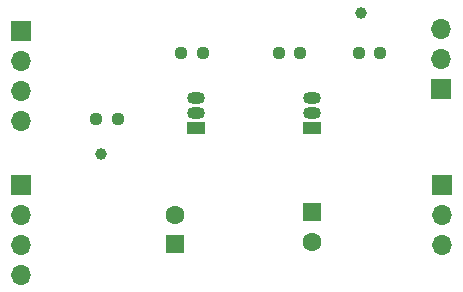
<source format=gbr>
%TF.GenerationSoftware,KiCad,Pcbnew,8.0.6*%
%TF.CreationDate,2024-11-25T01:10:15+00:00*%
%TF.ProjectId,GEOFF board v1,47454f46-4620-4626-9f61-72642076312e,rev?*%
%TF.SameCoordinates,Original*%
%TF.FileFunction,Soldermask,Top*%
%TF.FilePolarity,Negative*%
%FSLAX46Y46*%
G04 Gerber Fmt 4.6, Leading zero omitted, Abs format (unit mm)*
G04 Created by KiCad (PCBNEW 8.0.6) date 2024-11-25 01:10:15*
%MOMM*%
%LPD*%
G01*
G04 APERTURE LIST*
G04 Aperture macros list*
%AMRoundRect*
0 Rectangle with rounded corners*
0 $1 Rounding radius*
0 $2 $3 $4 $5 $6 $7 $8 $9 X,Y pos of 4 corners*
0 Add a 4 corners polygon primitive as box body*
4,1,4,$2,$3,$4,$5,$6,$7,$8,$9,$2,$3,0*
0 Add four circle primitives for the rounded corners*
1,1,$1+$1,$2,$3*
1,1,$1+$1,$4,$5*
1,1,$1+$1,$6,$7*
1,1,$1+$1,$8,$9*
0 Add four rect primitives between the rounded corners*
20,1,$1+$1,$2,$3,$4,$5,0*
20,1,$1+$1,$4,$5,$6,$7,0*
20,1,$1+$1,$6,$7,$8,$9,0*
20,1,$1+$1,$8,$9,$2,$3,0*%
G04 Aperture macros list end*
%ADD10C,1.000000*%
%ADD11RoundRect,0.237500X-0.250000X-0.237500X0.250000X-0.237500X0.250000X0.237500X-0.250000X0.237500X0*%
%ADD12RoundRect,0.237500X0.250000X0.237500X-0.250000X0.237500X-0.250000X-0.237500X0.250000X-0.237500X0*%
%ADD13R,1.500000X1.050000*%
%ADD14O,1.500000X1.050000*%
%ADD15O,1.700000X1.700000*%
%ADD16R,1.700000X1.700000*%
%ADD17R,1.600000X1.600000*%
%ADD18C,1.600000*%
G04 APERTURE END LIST*
D10*
%TO.C,TP2*%
X51800000Y-138400000D03*
%TD*%
%TO.C,TP1*%
X29800000Y-150400000D03*
%TD*%
D11*
%TO.C,R4*%
X51575000Y-141800000D03*
X53400000Y-141800000D03*
%TD*%
D12*
%TO.C,R3*%
X46625000Y-141800000D03*
X44800000Y-141800000D03*
%TD*%
%TO.C,R2*%
X38400000Y-141800000D03*
X36575000Y-141800000D03*
%TD*%
D11*
%TO.C,R1*%
X29375000Y-147400000D03*
X31200000Y-147400000D03*
%TD*%
D13*
%TO.C,Q2*%
X47600000Y-148200000D03*
D14*
X47600000Y-146930000D03*
X47600000Y-145660000D03*
%TD*%
D13*
%TO.C,Q1*%
X37800000Y-148200000D03*
D14*
X37800000Y-146930000D03*
X37800000Y-145660000D03*
%TD*%
D15*
%TO.C,J4*%
X58670000Y-158080000D03*
X58670000Y-155540000D03*
D16*
X58670000Y-153000000D03*
%TD*%
%TO.C,J3*%
X23000000Y-153000000D03*
D15*
X23000000Y-155540000D03*
X23000000Y-158080000D03*
X23000000Y-160620000D03*
%TD*%
%TO.C,J2*%
X58530000Y-139790000D03*
X58530000Y-142330000D03*
D16*
X58530000Y-144870000D03*
%TD*%
D15*
%TO.C,J1*%
X23000000Y-147620000D03*
X23000000Y-145080000D03*
X23000000Y-142540000D03*
D16*
X23000000Y-140000000D03*
%TD*%
D17*
%TO.C,C2*%
X36000000Y-158000000D03*
D18*
X36000000Y-155500000D03*
%TD*%
D17*
%TO.C,C1*%
X47600000Y-155300000D03*
D18*
X47600000Y-157800000D03*
%TD*%
M02*

</source>
